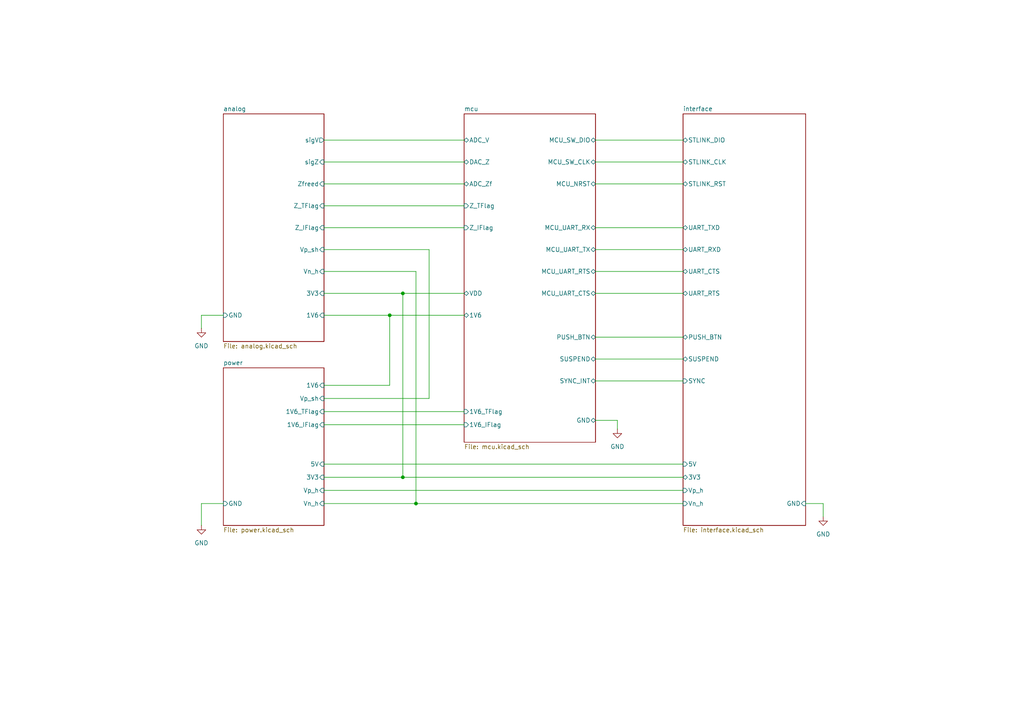
<source format=kicad_sch>
(kicad_sch (version 20231120) (generator "eeschema") (generator_version "8.0")
  (paper "A4")
  (lib_symbols
    (symbol "power:GND" (power) (pin_numbers hide) (pin_names (offset 0) hide)
      (property "Value" "GND" (at 0 -3.81 0))
      (symbol "GND_0_1"
        (polyline (pts (xy 0 0) (xy 0 -1.27) (xy 1.27 -1.27) (xy 0 -2.54) (xy -1.27 -1.27) (xy 0 -1.27)))
      )
      (symbol "GND_1_1"
        (pin power_in line (at 0 0 270) (length 0) (name "~") (number "1"))
      )
    )
  )
  (junction (at 116.84 85.09))
  (junction (at 113.03 91.44))
  (junction (at 116.84 138.43))
  (junction (at 120.65 146.05))
  (wire (pts (xy 93.98 78.74) (xy 120.65 78.74)))
  (wire (pts (xy 238.76 146.05) (xy 233.68 146.05)))
  (wire (pts (xy 93.98 59.69) (xy 134.62 59.69)))
  (wire (pts (xy 172.72 97.79) (xy 198.12 97.79)))
  (wire (pts (xy 93.98 111.76) (xy 113.03 111.76)))
  (wire (pts (xy 93.98 91.44) (xy 113.03 91.44)))
  (wire (pts (xy 120.65 78.74) (xy 120.65 146.05)))
  (wire (pts (xy 179.07 124.46) (xy 179.07 121.92)))
  (wire (pts (xy 179.07 121.92) (xy 172.72 121.92)))
  (wire (pts (xy 113.03 91.44) (xy 134.62 91.44)))
  (wire (pts (xy 58.42 91.44) (xy 64.77 91.44)))
  (wire (pts (xy 58.42 95.25) (xy 58.42 91.44)))
  (wire (pts (xy 93.98 146.05) (xy 120.65 146.05)))
  (wire (pts (xy 93.98 53.34) (xy 134.62 53.34)))
  (wire (pts (xy 113.03 111.76) (xy 113.03 91.44)))
  (wire (pts (xy 238.76 149.86) (xy 238.76 146.05)))
  (wire (pts (xy 172.72 72.39) (xy 198.12 72.39)))
  (wire (pts (xy 93.98 142.24) (xy 198.12 142.24)))
  (wire (pts (xy 93.98 119.38) (xy 134.62 119.38)))
  (wire (pts (xy 93.98 123.19) (xy 134.62 123.19)))
  (wire (pts (xy 93.98 66.04) (xy 134.62 66.04)))
  (wire (pts (xy 93.98 40.64) (xy 134.62 40.64)))
  (wire (pts (xy 172.72 66.04) (xy 198.12 66.04)))
  (wire (pts (xy 172.72 110.49) (xy 198.12 110.49)))
  (wire (pts (xy 124.46 115.57) (xy 124.46 72.39)))
  (wire (pts (xy 116.84 85.09) (xy 116.84 138.43)))
  (wire (pts (xy 93.98 134.62) (xy 198.12 134.62)))
  (wire (pts (xy 93.98 85.09) (xy 116.84 85.09)))
  (wire (pts (xy 93.98 46.99) (xy 134.62 46.99)))
  (wire (pts (xy 116.84 85.09) (xy 134.62 85.09)))
  (wire (pts (xy 93.98 138.43) (xy 116.84 138.43)))
  (wire (pts (xy 172.72 85.09) (xy 198.12 85.09)))
  (wire (pts (xy 120.65 146.05) (xy 198.12 146.05)))
  (wire (pts (xy 172.72 78.74) (xy 198.12 78.74)))
  (wire (pts (xy 58.42 152.4) (xy 58.42 146.05)))
  (wire (pts (xy 58.42 146.05) (xy 64.77 146.05)))
  (wire (pts (xy 172.72 53.34) (xy 198.12 53.34)))
  (wire (pts (xy 93.98 115.57) (xy 124.46 115.57)))
  (wire (pts (xy 93.98 72.39) (xy 124.46 72.39)))
  (wire (pts (xy 172.72 104.14) (xy 198.12 104.14)))
  (wire (pts (xy 172.72 40.64) (xy 198.12 40.64)))
  (wire (pts (xy 172.72 46.99) (xy 198.12 46.99)))
  (wire (pts (xy 116.84 138.43) (xy 198.12 138.43)))
  (symbol (lib_id "power:GND") (at 238.76 149.86 0) (unit 1)
    (property "Reference" "#PWR04" (effects (hide yes)))
    (property "Value" "GND" (at 238.76 154.94 0))
    (property "Description" "Power symbol creates a global label with name \"GND\" , ground" (effects (hide yes)))
  )
  (symbol (lib_id "power:GND") (at 179.07 124.46 0) (unit 1)
    (property "Reference" "#PWR03" (effects (hide yes)))
    (property "Value" "GND" (at 179.07 129.54 0))
    (property "Description" "Power symbol creates a global label with name \"GND\" , ground" (effects (hide yes)))
  )
  (symbol (lib_id "power:GND") (at 58.42 95.25 0) (unit 1)
    (property "Reference" "#PWR02" (effects (hide yes)))
    (property "Value" "GND" (at 58.42 100.33 0))
    (property "Description" "Power symbol creates a global label with name \"GND\" , ground" (effects (hide yes)))
  )
  (symbol (lib_id "power:GND") (at 58.42 152.4 0) (unit 1)
    (property "Reference" "#PWR01" (effects (hide yes)))
    (property "Value" "GND" (at 58.42 157.48 0))
    (property "Description" "Power symbol creates a global label with name \"GND\" , ground" (effects (hide yes)))
  )
  (sheet (at 134.62 33.02) (size 38.1 95.25) (stroke (width 0.1524))
    (property "Sheetname" "mcu" (at 134.62 32.3084 0) (effects (justify left bottom)))
    (property "Sheetfile" "mcu.kicad_sch" (at 134.62 128.8546 0) (effects (justify left top)))
    (pin "MCU_UART_CTS" bidirectional (at 172.72 85.09 0))
    (pin "MCU_UART_RTS" bidirectional (at 172.72 78.74 0))
    (pin "MCU_UART_TX" bidirectional (at 172.72 72.39 0))
    (pin "MCU_SW_DIO" bidirectional (at 172.72 40.64 0))
    (pin "MCU_SW_CLK" bidirectional (at 172.72 46.99 0))
    (pin "1V6_TFlag" input (at 134.62 119.38 180))
    (pin "Z_IFlag" input (at 134.62 66.04 180))
    (pin "Z_TFlag" input (at 134.62 59.69 180))
    (pin "1V6_IFlag" input (at 134.62 123.19 180))
    (pin "DAC_Z" bidirectional (at 134.62 46.99 180))
    (pin "1V6" bidirectional (at 134.62 91.44 180))
    (pin "SYNC_INT" bidirectional (at 172.72 110.49 0))
    (pin "ADC_V" bidirectional (at 134.62 40.64 180))
    (pin "GND" bidirectional (at 172.72 121.92 0))
    (pin "MCU_UART_RX" bidirectional (at 172.72 66.04 0))
    (pin "VDD" bidirectional (at 134.62 85.09 180))
    (pin "SUSPEND" bidirectional (at 172.72 104.14 0))
    (pin "MCU_NRST" bidirectional (at 172.72 53.34 0))
    (pin "ADC_Zf" bidirectional (at 134.62 53.34 180))
    (pin "PUSH_BTN" bidirectional (at 172.72 97.79 0))
  )
  (sheet (at 198.12 33.02) (size 35.56 119.38) (stroke (width 0.1524))
    (property "Sheetname" "interface" (at 198.12 32.3084 0) (effects (justify left bottom)))
    (property "Sheetfile" "interface.kicad_sch" (at 198.12 152.9846 0) (effects (justify left top)))
    (pin "GND" input (at 233.68 146.05 0))
    (pin "5V" input (at 198.12 134.62 180))
    (pin "UART_TXD" bidirectional (at 198.12 66.04 180))
    (pin "UART_CTS" bidirectional (at 198.12 78.74 180))
    (pin "SUSPEND" bidirectional (at 198.12 104.14 180))
    (pin "UART_RXD" bidirectional (at 198.12 72.39 180))
    (pin "UART_RTS" bidirectional (at 198.12 85.09 180))
    (pin "3V3" bidirectional (at 198.12 138.43 180))
    (pin "STLINK_RST" bidirectional (at 198.12 53.34 180))
    (pin "STLINK_DIO" bidirectional (at 198.12 40.64 180))
    (pin "STLINK_CLK" bidirectional (at 198.12 46.99 180))
    (pin "SYNC" input (at 198.12 110.49 180))
    (pin "Vp_h" input (at 198.12 142.24 180))
    (pin "Vn_h" input (at 198.12 146.05 180))
    (pin "PUSH_BTN" bidirectional (at 198.12 97.79 180))
  )
  (sheet (at 64.77 106.68) (size 29.21 45.72) (stroke (width 0.1524))
    (property "Sheetname" "power" (at 64.77 105.9684 0) (effects (justify left bottom)))
    (property "Sheetfile" "power.kicad_sch" (at 64.77 152.9846 0) (effects (justify left top)))
    (pin "3V3" input (at 93.98 138.43 0))
    (pin "1V6" input (at 93.98 111.76 0))
    (pin "GND" input (at 64.77 146.05 180))
    (pin "1V6_TFlag" input (at 93.98 119.38 0))
    (pin "1V6_IFlag" input (at 93.98 123.19 0))
    (pin "Vp_h" input (at 93.98 142.24 0))
    (pin "Vn_h" input (at 93.98 146.05 0))
    (pin "5V" input (at 93.98 134.62 0))
    (pin "Vp_sh" input (at 93.98 115.57 0))
  )
  (sheet (at 64.77 33.02) (size 29.21 66.04) (stroke (width 0.1524))
    (property "Sheetname" "analog" (at 64.77 32.3084 0) (effects (justify left bottom)))
    (property "Sheetfile" "analog.kicad_sch" (at 64.77 99.6446 0) (effects (justify left top)))
    (pin "1V6" input (at 93.98 91.44 0))
    (pin "3V3" input (at 93.98 85.09 0))
    (pin "sigV" output (at 93.98 40.64 0))
    (pin "GND" input (at 64.77 91.44 180))
    (pin "sigZ" input (at 93.98 46.99 0))
    (pin "Z_IFlag" input (at 93.98 66.04 0))
    (pin "Z_TFlag" input (at 93.98 59.69 0))
    (pin "Vn_h" input (at 93.98 78.74 0))
    (pin "Vp_sh" input (at 93.98 72.39 0))
    (pin "Zfreed" input (at 93.98 53.34 0))
  )
)
</source>
